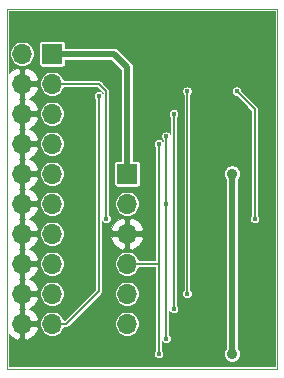
<source format=gbr>
G04 #@! TF.GenerationSoftware,KiCad,Pcbnew,(5.1.4)-1*
G04 #@! TF.CreationDate,2020-05-11T18:22:27+02:00*
G04 #@! TF.ProjectId,JtagArm20Adapter,4a746167-4172-46d3-9230-416461707465,rev?*
G04 #@! TF.SameCoordinates,Original*
G04 #@! TF.FileFunction,Copper,L2,Bot*
G04 #@! TF.FilePolarity,Positive*
%FSLAX46Y46*%
G04 Gerber Fmt 4.6, Leading zero omitted, Abs format (unit mm)*
G04 Created by KiCad (PCBNEW (5.1.4)-1) date 2020-05-11 18:22:27*
%MOMM*%
%LPD*%
G04 APERTURE LIST*
%ADD10C,0.050000*%
%ADD11O,1.700000X1.700000*%
%ADD12R,1.700000X1.700000*%
%ADD13C,0.450000*%
%ADD14C,1.000000*%
%ADD15C,0.900000*%
%ADD16C,0.200000*%
%ADD17C,0.508000*%
%ADD18C,0.100000*%
G04 APERTURE END LIST*
D10*
X138430000Y-109220000D02*
X138430000Y-78740000D01*
X161290000Y-109220000D02*
X138430000Y-109220000D01*
X161290000Y-78740000D02*
X161290000Y-109220000D01*
X138430000Y-78740000D02*
X161290000Y-78740000D01*
D11*
X139700000Y-105410000D03*
X142240000Y-105410000D03*
X139700000Y-102870000D03*
X142240000Y-102870000D03*
X139700000Y-100330000D03*
X142240000Y-100330000D03*
X139700000Y-97790000D03*
X142240000Y-97790000D03*
X139700000Y-95250000D03*
X142240000Y-95250000D03*
X139700000Y-92710000D03*
X142240000Y-92710000D03*
X139700000Y-90170000D03*
X142240000Y-90170000D03*
X139700000Y-87630000D03*
X142240000Y-87630000D03*
X139700000Y-85090000D03*
X142240000Y-85090000D03*
X139700000Y-82550000D03*
D12*
X142240000Y-82550000D03*
D11*
X148590000Y-105410000D03*
X148590000Y-102870000D03*
X148590000Y-100330000D03*
X148590000Y-97790000D03*
X148590000Y-95250000D03*
D12*
X148590000Y-92710000D03*
D13*
X146812000Y-96520000D03*
D14*
X139192000Y-108458000D03*
X141224000Y-108458000D03*
X143256000Y-108458000D03*
X145288000Y-108458000D03*
X147320000Y-108458000D03*
X149352000Y-108458000D03*
X150368000Y-99314000D03*
X160528000Y-101600000D03*
X160528000Y-99568000D03*
X160528000Y-97536000D03*
X160528000Y-93980000D03*
X160528000Y-96012000D03*
X158496000Y-98044000D03*
X156464000Y-98044000D03*
X154432000Y-98044000D03*
X146812000Y-104140000D03*
X150368000Y-104140000D03*
X139192000Y-79502000D03*
X141224000Y-79502000D03*
X143256000Y-79502000D03*
X145288000Y-79502000D03*
X147320000Y-79502000D03*
X149352000Y-79502000D03*
X151384000Y-79502000D03*
X153416000Y-79502000D03*
X139192000Y-81026000D03*
X157480000Y-88900000D03*
X147574000Y-90932000D03*
X150368000Y-101346000D03*
X157480000Y-91440000D03*
X145034000Y-90932000D03*
X145034000Y-94234000D03*
X145034000Y-92456000D03*
X145034000Y-86868000D03*
X144018000Y-85852000D03*
X157480000Y-80010000D03*
X157480000Y-81280000D03*
D13*
X152527000Y-104140000D03*
X152527000Y-87630000D03*
X151892000Y-89535000D03*
X151892000Y-95250000D03*
X151892000Y-106680000D03*
X151257000Y-90170000D03*
X151257000Y-107950000D03*
D15*
X157480000Y-107950000D03*
X157480000Y-92710000D03*
D13*
X146177000Y-86106000D03*
X153670000Y-85725000D03*
X153670000Y-102870000D03*
X157861000Y-85725000D03*
X159385000Y-96520000D03*
D16*
X146812000Y-96520000D02*
X146812000Y-85725000D01*
X146177000Y-85090000D02*
X142240000Y-85090000D01*
X146812000Y-85725000D02*
X146177000Y-85090000D01*
X152527000Y-104140000D02*
X152527000Y-87630000D01*
X151892000Y-89535000D02*
X151892000Y-95250000D01*
X151892000Y-95250000D02*
X151892000Y-106680000D01*
X149792081Y-100330000D02*
X151257000Y-100330000D01*
X148590000Y-100330000D02*
X149792081Y-100330000D01*
X151257000Y-90170000D02*
X151257000Y-100330000D01*
X151257000Y-100330000D02*
X151257000Y-107950000D01*
D17*
X147447000Y-82550000D02*
X142240000Y-82550000D01*
X148590000Y-92710000D02*
X148590000Y-83693000D01*
X148590000Y-83693000D02*
X147447000Y-82550000D01*
X157480000Y-107950000D02*
X157480000Y-92710000D01*
D16*
X143442081Y-105410000D02*
X146177000Y-102675081D01*
X142240000Y-105410000D02*
X143442081Y-105410000D01*
X146177000Y-102675081D02*
X146177000Y-86106000D01*
X153670000Y-85725000D02*
X153670000Y-102870000D01*
X159385000Y-87249000D02*
X157861000Y-85725000D01*
X159385000Y-96520000D02*
X159385000Y-87249000D01*
D18*
G36*
X161087001Y-109017000D02*
G01*
X138633000Y-109017000D01*
X138633000Y-106323477D01*
X138798142Y-106491267D01*
X139026416Y-106646434D01*
X139280575Y-106754086D01*
X139496000Y-106663651D01*
X139496000Y-105614000D01*
X139904000Y-105614000D01*
X139904000Y-106663651D01*
X140119425Y-106754086D01*
X140373584Y-106646434D01*
X140601858Y-106491267D01*
X140795474Y-106294547D01*
X140946991Y-106063834D01*
X141044078Y-105829424D01*
X140951989Y-105614000D01*
X139904000Y-105614000D01*
X139496000Y-105614000D01*
X139476000Y-105614000D01*
X139476000Y-105206000D01*
X139496000Y-105206000D01*
X139496000Y-104156349D01*
X139457055Y-104140000D01*
X139496000Y-104123651D01*
X139496000Y-103074000D01*
X139904000Y-103074000D01*
X139904000Y-104123651D01*
X139942945Y-104140000D01*
X139904000Y-104156349D01*
X139904000Y-105206000D01*
X140951989Y-105206000D01*
X141044078Y-104990576D01*
X140946991Y-104756166D01*
X140795474Y-104525453D01*
X140601858Y-104328733D01*
X140373584Y-104173566D01*
X140294337Y-104140000D01*
X140373584Y-104106434D01*
X140601858Y-103951267D01*
X140795474Y-103754547D01*
X140946991Y-103523834D01*
X141044078Y-103289424D01*
X140951989Y-103074000D01*
X139904000Y-103074000D01*
X139496000Y-103074000D01*
X139476000Y-103074000D01*
X139476000Y-102870000D01*
X141207026Y-102870000D01*
X141226874Y-103071523D01*
X141285656Y-103265302D01*
X141381114Y-103443890D01*
X141509577Y-103600423D01*
X141666110Y-103728886D01*
X141844698Y-103824344D01*
X142038477Y-103883126D01*
X142189497Y-103898000D01*
X142290503Y-103898000D01*
X142441523Y-103883126D01*
X142635302Y-103824344D01*
X142813890Y-103728886D01*
X142970423Y-103600423D01*
X143098886Y-103443890D01*
X143194344Y-103265302D01*
X143253126Y-103071523D01*
X143272974Y-102870000D01*
X143253126Y-102668477D01*
X143194344Y-102474698D01*
X143098886Y-102296110D01*
X142970423Y-102139577D01*
X142813890Y-102011114D01*
X142635302Y-101915656D01*
X142441523Y-101856874D01*
X142290503Y-101842000D01*
X142189497Y-101842000D01*
X142038477Y-101856874D01*
X141844698Y-101915656D01*
X141666110Y-102011114D01*
X141509577Y-102139577D01*
X141381114Y-102296110D01*
X141285656Y-102474698D01*
X141226874Y-102668477D01*
X141207026Y-102870000D01*
X139476000Y-102870000D01*
X139476000Y-102666000D01*
X139496000Y-102666000D01*
X139496000Y-101616349D01*
X139457055Y-101600000D01*
X139496000Y-101583651D01*
X139496000Y-100534000D01*
X139904000Y-100534000D01*
X139904000Y-101583651D01*
X139942945Y-101600000D01*
X139904000Y-101616349D01*
X139904000Y-102666000D01*
X140951989Y-102666000D01*
X141044078Y-102450576D01*
X140946991Y-102216166D01*
X140795474Y-101985453D01*
X140601858Y-101788733D01*
X140373584Y-101633566D01*
X140294337Y-101600000D01*
X140373584Y-101566434D01*
X140601858Y-101411267D01*
X140795474Y-101214547D01*
X140946991Y-100983834D01*
X141044078Y-100749424D01*
X140951989Y-100534000D01*
X139904000Y-100534000D01*
X139496000Y-100534000D01*
X139476000Y-100534000D01*
X139476000Y-100330000D01*
X141207026Y-100330000D01*
X141226874Y-100531523D01*
X141285656Y-100725302D01*
X141381114Y-100903890D01*
X141509577Y-101060423D01*
X141666110Y-101188886D01*
X141844698Y-101284344D01*
X142038477Y-101343126D01*
X142189497Y-101358000D01*
X142290503Y-101358000D01*
X142441523Y-101343126D01*
X142635302Y-101284344D01*
X142813890Y-101188886D01*
X142970423Y-101060423D01*
X143098886Y-100903890D01*
X143194344Y-100725302D01*
X143253126Y-100531523D01*
X143272974Y-100330000D01*
X143253126Y-100128477D01*
X143194344Y-99934698D01*
X143098886Y-99756110D01*
X142970423Y-99599577D01*
X142813890Y-99471114D01*
X142635302Y-99375656D01*
X142441523Y-99316874D01*
X142290503Y-99302000D01*
X142189497Y-99302000D01*
X142038477Y-99316874D01*
X141844698Y-99375656D01*
X141666110Y-99471114D01*
X141509577Y-99599577D01*
X141381114Y-99756110D01*
X141285656Y-99934698D01*
X141226874Y-100128477D01*
X141207026Y-100330000D01*
X139476000Y-100330000D01*
X139476000Y-100126000D01*
X139496000Y-100126000D01*
X139496000Y-99076349D01*
X139457055Y-99060000D01*
X139496000Y-99043651D01*
X139496000Y-97994000D01*
X139904000Y-97994000D01*
X139904000Y-99043651D01*
X139942945Y-99060000D01*
X139904000Y-99076349D01*
X139904000Y-100126000D01*
X140951989Y-100126000D01*
X141044078Y-99910576D01*
X140946991Y-99676166D01*
X140795474Y-99445453D01*
X140601858Y-99248733D01*
X140373584Y-99093566D01*
X140294337Y-99060000D01*
X140373584Y-99026434D01*
X140601858Y-98871267D01*
X140795474Y-98674547D01*
X140946991Y-98443834D01*
X141044078Y-98209424D01*
X140951989Y-97994000D01*
X139904000Y-97994000D01*
X139496000Y-97994000D01*
X139476000Y-97994000D01*
X139476000Y-97790000D01*
X141207026Y-97790000D01*
X141226874Y-97991523D01*
X141285656Y-98185302D01*
X141381114Y-98363890D01*
X141509577Y-98520423D01*
X141666110Y-98648886D01*
X141844698Y-98744344D01*
X142038477Y-98803126D01*
X142189497Y-98818000D01*
X142290503Y-98818000D01*
X142441523Y-98803126D01*
X142635302Y-98744344D01*
X142813890Y-98648886D01*
X142970423Y-98520423D01*
X143098886Y-98363890D01*
X143194344Y-98185302D01*
X143253126Y-97991523D01*
X143272974Y-97790000D01*
X143253126Y-97588477D01*
X143194344Y-97394698D01*
X143098886Y-97216110D01*
X142970423Y-97059577D01*
X142813890Y-96931114D01*
X142635302Y-96835656D01*
X142441523Y-96776874D01*
X142290503Y-96762000D01*
X142189497Y-96762000D01*
X142038477Y-96776874D01*
X141844698Y-96835656D01*
X141666110Y-96931114D01*
X141509577Y-97059577D01*
X141381114Y-97216110D01*
X141285656Y-97394698D01*
X141226874Y-97588477D01*
X141207026Y-97790000D01*
X139476000Y-97790000D01*
X139476000Y-97586000D01*
X139496000Y-97586000D01*
X139496000Y-96536349D01*
X139457055Y-96520000D01*
X139496000Y-96503651D01*
X139496000Y-95454000D01*
X139904000Y-95454000D01*
X139904000Y-96503651D01*
X139942945Y-96520000D01*
X139904000Y-96536349D01*
X139904000Y-97586000D01*
X140951989Y-97586000D01*
X141044078Y-97370576D01*
X140946991Y-97136166D01*
X140795474Y-96905453D01*
X140601858Y-96708733D01*
X140373584Y-96553566D01*
X140294337Y-96520000D01*
X140373584Y-96486434D01*
X140601858Y-96331267D01*
X140795474Y-96134547D01*
X140946991Y-95903834D01*
X141044078Y-95669424D01*
X140951989Y-95454000D01*
X139904000Y-95454000D01*
X139496000Y-95454000D01*
X139476000Y-95454000D01*
X139476000Y-95250000D01*
X141207026Y-95250000D01*
X141226874Y-95451523D01*
X141285656Y-95645302D01*
X141381114Y-95823890D01*
X141509577Y-95980423D01*
X141666110Y-96108886D01*
X141844698Y-96204344D01*
X142038477Y-96263126D01*
X142189497Y-96278000D01*
X142290503Y-96278000D01*
X142441523Y-96263126D01*
X142635302Y-96204344D01*
X142813890Y-96108886D01*
X142970423Y-95980423D01*
X143098886Y-95823890D01*
X143194344Y-95645302D01*
X143253126Y-95451523D01*
X143272974Y-95250000D01*
X143253126Y-95048477D01*
X143194344Y-94854698D01*
X143098886Y-94676110D01*
X142970423Y-94519577D01*
X142813890Y-94391114D01*
X142635302Y-94295656D01*
X142441523Y-94236874D01*
X142290503Y-94222000D01*
X142189497Y-94222000D01*
X142038477Y-94236874D01*
X141844698Y-94295656D01*
X141666110Y-94391114D01*
X141509577Y-94519577D01*
X141381114Y-94676110D01*
X141285656Y-94854698D01*
X141226874Y-95048477D01*
X141207026Y-95250000D01*
X139476000Y-95250000D01*
X139476000Y-95046000D01*
X139496000Y-95046000D01*
X139496000Y-93996349D01*
X139457055Y-93980000D01*
X139496000Y-93963651D01*
X139496000Y-92914000D01*
X139904000Y-92914000D01*
X139904000Y-93963651D01*
X139942945Y-93980000D01*
X139904000Y-93996349D01*
X139904000Y-95046000D01*
X140951989Y-95046000D01*
X141044078Y-94830576D01*
X140946991Y-94596166D01*
X140795474Y-94365453D01*
X140601858Y-94168733D01*
X140373584Y-94013566D01*
X140294337Y-93980000D01*
X140373584Y-93946434D01*
X140601858Y-93791267D01*
X140795474Y-93594547D01*
X140946991Y-93363834D01*
X141044078Y-93129424D01*
X140951989Y-92914000D01*
X139904000Y-92914000D01*
X139496000Y-92914000D01*
X139476000Y-92914000D01*
X139476000Y-92710000D01*
X141207026Y-92710000D01*
X141226874Y-92911523D01*
X141285656Y-93105302D01*
X141381114Y-93283890D01*
X141509577Y-93440423D01*
X141666110Y-93568886D01*
X141844698Y-93664344D01*
X142038477Y-93723126D01*
X142189497Y-93738000D01*
X142290503Y-93738000D01*
X142441523Y-93723126D01*
X142635302Y-93664344D01*
X142813890Y-93568886D01*
X142970423Y-93440423D01*
X143098886Y-93283890D01*
X143194344Y-93105302D01*
X143253126Y-92911523D01*
X143272974Y-92710000D01*
X143253126Y-92508477D01*
X143194344Y-92314698D01*
X143098886Y-92136110D01*
X142970423Y-91979577D01*
X142813890Y-91851114D01*
X142635302Y-91755656D01*
X142441523Y-91696874D01*
X142290503Y-91682000D01*
X142189497Y-91682000D01*
X142038477Y-91696874D01*
X141844698Y-91755656D01*
X141666110Y-91851114D01*
X141509577Y-91979577D01*
X141381114Y-92136110D01*
X141285656Y-92314698D01*
X141226874Y-92508477D01*
X141207026Y-92710000D01*
X139476000Y-92710000D01*
X139476000Y-92506000D01*
X139496000Y-92506000D01*
X139496000Y-91456349D01*
X139457055Y-91440000D01*
X139496000Y-91423651D01*
X139496000Y-90374000D01*
X139904000Y-90374000D01*
X139904000Y-91423651D01*
X139942945Y-91440000D01*
X139904000Y-91456349D01*
X139904000Y-92506000D01*
X140951989Y-92506000D01*
X141044078Y-92290576D01*
X140946991Y-92056166D01*
X140795474Y-91825453D01*
X140601858Y-91628733D01*
X140373584Y-91473566D01*
X140294337Y-91440000D01*
X140373584Y-91406434D01*
X140601858Y-91251267D01*
X140795474Y-91054547D01*
X140946991Y-90823834D01*
X141044078Y-90589424D01*
X140951989Y-90374000D01*
X139904000Y-90374000D01*
X139496000Y-90374000D01*
X139476000Y-90374000D01*
X139476000Y-90170000D01*
X141207026Y-90170000D01*
X141226874Y-90371523D01*
X141285656Y-90565302D01*
X141381114Y-90743890D01*
X141509577Y-90900423D01*
X141666110Y-91028886D01*
X141844698Y-91124344D01*
X142038477Y-91183126D01*
X142189497Y-91198000D01*
X142290503Y-91198000D01*
X142441523Y-91183126D01*
X142635302Y-91124344D01*
X142813890Y-91028886D01*
X142970423Y-90900423D01*
X143098886Y-90743890D01*
X143194344Y-90565302D01*
X143253126Y-90371523D01*
X143272974Y-90170000D01*
X143253126Y-89968477D01*
X143194344Y-89774698D01*
X143098886Y-89596110D01*
X142970423Y-89439577D01*
X142813890Y-89311114D01*
X142635302Y-89215656D01*
X142441523Y-89156874D01*
X142290503Y-89142000D01*
X142189497Y-89142000D01*
X142038477Y-89156874D01*
X141844698Y-89215656D01*
X141666110Y-89311114D01*
X141509577Y-89439577D01*
X141381114Y-89596110D01*
X141285656Y-89774698D01*
X141226874Y-89968477D01*
X141207026Y-90170000D01*
X139476000Y-90170000D01*
X139476000Y-89966000D01*
X139496000Y-89966000D01*
X139496000Y-88916349D01*
X139457055Y-88900000D01*
X139496000Y-88883651D01*
X139496000Y-87834000D01*
X139904000Y-87834000D01*
X139904000Y-88883651D01*
X139942945Y-88900000D01*
X139904000Y-88916349D01*
X139904000Y-89966000D01*
X140951989Y-89966000D01*
X141044078Y-89750576D01*
X140946991Y-89516166D01*
X140795474Y-89285453D01*
X140601858Y-89088733D01*
X140373584Y-88933566D01*
X140294337Y-88900000D01*
X140373584Y-88866434D01*
X140601858Y-88711267D01*
X140795474Y-88514547D01*
X140946991Y-88283834D01*
X141044078Y-88049424D01*
X140951989Y-87834000D01*
X139904000Y-87834000D01*
X139496000Y-87834000D01*
X139476000Y-87834000D01*
X139476000Y-87630000D01*
X141207026Y-87630000D01*
X141226874Y-87831523D01*
X141285656Y-88025302D01*
X141381114Y-88203890D01*
X141509577Y-88360423D01*
X141666110Y-88488886D01*
X141844698Y-88584344D01*
X142038477Y-88643126D01*
X142189497Y-88658000D01*
X142290503Y-88658000D01*
X142441523Y-88643126D01*
X142635302Y-88584344D01*
X142813890Y-88488886D01*
X142970423Y-88360423D01*
X143098886Y-88203890D01*
X143194344Y-88025302D01*
X143253126Y-87831523D01*
X143272974Y-87630000D01*
X143253126Y-87428477D01*
X143194344Y-87234698D01*
X143098886Y-87056110D01*
X142970423Y-86899577D01*
X142813890Y-86771114D01*
X142635302Y-86675656D01*
X142441523Y-86616874D01*
X142290503Y-86602000D01*
X142189497Y-86602000D01*
X142038477Y-86616874D01*
X141844698Y-86675656D01*
X141666110Y-86771114D01*
X141509577Y-86899577D01*
X141381114Y-87056110D01*
X141285656Y-87234698D01*
X141226874Y-87428477D01*
X141207026Y-87630000D01*
X139476000Y-87630000D01*
X139476000Y-87426000D01*
X139496000Y-87426000D01*
X139496000Y-86376349D01*
X139457055Y-86360000D01*
X139496000Y-86343651D01*
X139496000Y-85294000D01*
X139904000Y-85294000D01*
X139904000Y-86343651D01*
X139942945Y-86360000D01*
X139904000Y-86376349D01*
X139904000Y-87426000D01*
X140951989Y-87426000D01*
X141044078Y-87210576D01*
X140946991Y-86976166D01*
X140795474Y-86745453D01*
X140601858Y-86548733D01*
X140373584Y-86393566D01*
X140294337Y-86360000D01*
X140373584Y-86326434D01*
X140601858Y-86171267D01*
X140795474Y-85974547D01*
X140946991Y-85743834D01*
X141044078Y-85509424D01*
X140951989Y-85294000D01*
X139904000Y-85294000D01*
X139496000Y-85294000D01*
X139476000Y-85294000D01*
X139476000Y-85090000D01*
X141207026Y-85090000D01*
X141226874Y-85291523D01*
X141285656Y-85485302D01*
X141381114Y-85663890D01*
X141509577Y-85820423D01*
X141666110Y-85948886D01*
X141844698Y-86044344D01*
X142038477Y-86103126D01*
X142189497Y-86118000D01*
X142290503Y-86118000D01*
X142441523Y-86103126D01*
X142635302Y-86044344D01*
X142813890Y-85948886D01*
X142970423Y-85820423D01*
X143098886Y-85663890D01*
X143194344Y-85485302D01*
X143229927Y-85368000D01*
X146061849Y-85368000D01*
X146534001Y-85840152D01*
X146534001Y-85914909D01*
X146490031Y-85849102D01*
X146433898Y-85792969D01*
X146367892Y-85748866D01*
X146294551Y-85718487D01*
X146216692Y-85703000D01*
X146137308Y-85703000D01*
X146059449Y-85718487D01*
X145986108Y-85748866D01*
X145920102Y-85792969D01*
X145863969Y-85849102D01*
X145819866Y-85915108D01*
X145789487Y-85988449D01*
X145774000Y-86066308D01*
X145774000Y-86145692D01*
X145789487Y-86223551D01*
X145819866Y-86296892D01*
X145863969Y-86362898D01*
X145899001Y-86397930D01*
X145899000Y-102559930D01*
X143326930Y-105132000D01*
X143229927Y-105132000D01*
X143194344Y-105014698D01*
X143098886Y-104836110D01*
X142970423Y-104679577D01*
X142813890Y-104551114D01*
X142635302Y-104455656D01*
X142441523Y-104396874D01*
X142290503Y-104382000D01*
X142189497Y-104382000D01*
X142038477Y-104396874D01*
X141844698Y-104455656D01*
X141666110Y-104551114D01*
X141509577Y-104679577D01*
X141381114Y-104836110D01*
X141285656Y-105014698D01*
X141226874Y-105208477D01*
X141207026Y-105410000D01*
X141226874Y-105611523D01*
X141285656Y-105805302D01*
X141381114Y-105983890D01*
X141509577Y-106140423D01*
X141666110Y-106268886D01*
X141844698Y-106364344D01*
X142038477Y-106423126D01*
X142189497Y-106438000D01*
X142290503Y-106438000D01*
X142441523Y-106423126D01*
X142635302Y-106364344D01*
X142813890Y-106268886D01*
X142970423Y-106140423D01*
X143098886Y-105983890D01*
X143194344Y-105805302D01*
X143229927Y-105688000D01*
X143428426Y-105688000D01*
X143442081Y-105689345D01*
X143455736Y-105688000D01*
X143496579Y-105683977D01*
X143548982Y-105668081D01*
X143597277Y-105642267D01*
X143639608Y-105607527D01*
X143648317Y-105596915D01*
X143835232Y-105410000D01*
X147557026Y-105410000D01*
X147576874Y-105611523D01*
X147635656Y-105805302D01*
X147731114Y-105983890D01*
X147859577Y-106140423D01*
X148016110Y-106268886D01*
X148194698Y-106364344D01*
X148388477Y-106423126D01*
X148539497Y-106438000D01*
X148640503Y-106438000D01*
X148791523Y-106423126D01*
X148985302Y-106364344D01*
X149163890Y-106268886D01*
X149320423Y-106140423D01*
X149448886Y-105983890D01*
X149544344Y-105805302D01*
X149603126Y-105611523D01*
X149622974Y-105410000D01*
X149603126Y-105208477D01*
X149544344Y-105014698D01*
X149448886Y-104836110D01*
X149320423Y-104679577D01*
X149163890Y-104551114D01*
X148985302Y-104455656D01*
X148791523Y-104396874D01*
X148640503Y-104382000D01*
X148539497Y-104382000D01*
X148388477Y-104396874D01*
X148194698Y-104455656D01*
X148016110Y-104551114D01*
X147859577Y-104679577D01*
X147731114Y-104836110D01*
X147635656Y-105014698D01*
X147576874Y-105208477D01*
X147557026Y-105410000D01*
X143835232Y-105410000D01*
X146363915Y-102881317D01*
X146374527Y-102872608D01*
X146376667Y-102870000D01*
X147557026Y-102870000D01*
X147576874Y-103071523D01*
X147635656Y-103265302D01*
X147731114Y-103443890D01*
X147859577Y-103600423D01*
X148016110Y-103728886D01*
X148194698Y-103824344D01*
X148388477Y-103883126D01*
X148539497Y-103898000D01*
X148640503Y-103898000D01*
X148791523Y-103883126D01*
X148985302Y-103824344D01*
X149163890Y-103728886D01*
X149320423Y-103600423D01*
X149448886Y-103443890D01*
X149544344Y-103265302D01*
X149603126Y-103071523D01*
X149622974Y-102870000D01*
X149603126Y-102668477D01*
X149544344Y-102474698D01*
X149448886Y-102296110D01*
X149320423Y-102139577D01*
X149163890Y-102011114D01*
X148985302Y-101915656D01*
X148791523Y-101856874D01*
X148640503Y-101842000D01*
X148539497Y-101842000D01*
X148388477Y-101856874D01*
X148194698Y-101915656D01*
X148016110Y-102011114D01*
X147859577Y-102139577D01*
X147731114Y-102296110D01*
X147635656Y-102474698D01*
X147576874Y-102668477D01*
X147557026Y-102870000D01*
X146376667Y-102870000D01*
X146409267Y-102830277D01*
X146435081Y-102781982D01*
X146444040Y-102752449D01*
X146450978Y-102729579D01*
X146456345Y-102675081D01*
X146455000Y-102661424D01*
X146455000Y-100330000D01*
X147557026Y-100330000D01*
X147576874Y-100531523D01*
X147635656Y-100725302D01*
X147731114Y-100903890D01*
X147859577Y-101060423D01*
X148016110Y-101188886D01*
X148194698Y-101284344D01*
X148388477Y-101343126D01*
X148539497Y-101358000D01*
X148640503Y-101358000D01*
X148791523Y-101343126D01*
X148985302Y-101284344D01*
X149163890Y-101188886D01*
X149320423Y-101060423D01*
X149448886Y-100903890D01*
X149544344Y-100725302D01*
X149579927Y-100608000D01*
X150979000Y-100608000D01*
X150979001Y-107658070D01*
X150943969Y-107693102D01*
X150899866Y-107759108D01*
X150869487Y-107832449D01*
X150854000Y-107910308D01*
X150854000Y-107989692D01*
X150869487Y-108067551D01*
X150899866Y-108140892D01*
X150943969Y-108206898D01*
X151000102Y-108263031D01*
X151066108Y-108307134D01*
X151139449Y-108337513D01*
X151217308Y-108353000D01*
X151296692Y-108353000D01*
X151374551Y-108337513D01*
X151447892Y-108307134D01*
X151513898Y-108263031D01*
X151570031Y-108206898D01*
X151614134Y-108140892D01*
X151644513Y-108067551D01*
X151660000Y-107989692D01*
X151660000Y-107910308D01*
X151644513Y-107832449D01*
X151614134Y-107759108D01*
X151570031Y-107693102D01*
X151535000Y-107658071D01*
X151535000Y-106871093D01*
X151578969Y-106936898D01*
X151635102Y-106993031D01*
X151701108Y-107037134D01*
X151774449Y-107067513D01*
X151852308Y-107083000D01*
X151931692Y-107083000D01*
X152009551Y-107067513D01*
X152082892Y-107037134D01*
X152148898Y-106993031D01*
X152205031Y-106936898D01*
X152249134Y-106870892D01*
X152279513Y-106797551D01*
X152295000Y-106719692D01*
X152295000Y-106640308D01*
X152279513Y-106562449D01*
X152249134Y-106489108D01*
X152205031Y-106423102D01*
X152170000Y-106388071D01*
X152170000Y-104331093D01*
X152213969Y-104396898D01*
X152270102Y-104453031D01*
X152336108Y-104497134D01*
X152409449Y-104527513D01*
X152487308Y-104543000D01*
X152566692Y-104543000D01*
X152644551Y-104527513D01*
X152717892Y-104497134D01*
X152783898Y-104453031D01*
X152840031Y-104396898D01*
X152884134Y-104330892D01*
X152914513Y-104257551D01*
X152930000Y-104179692D01*
X152930000Y-104100308D01*
X152914513Y-104022449D01*
X152884134Y-103949108D01*
X152840031Y-103883102D01*
X152805000Y-103848071D01*
X152805000Y-87921929D01*
X152840031Y-87886898D01*
X152884134Y-87820892D01*
X152914513Y-87747551D01*
X152930000Y-87669692D01*
X152930000Y-87590308D01*
X152914513Y-87512449D01*
X152884134Y-87439108D01*
X152840031Y-87373102D01*
X152783898Y-87316969D01*
X152717892Y-87272866D01*
X152644551Y-87242487D01*
X152566692Y-87227000D01*
X152487308Y-87227000D01*
X152409449Y-87242487D01*
X152336108Y-87272866D01*
X152270102Y-87316969D01*
X152213969Y-87373102D01*
X152169866Y-87439108D01*
X152139487Y-87512449D01*
X152124000Y-87590308D01*
X152124000Y-87669692D01*
X152139487Y-87747551D01*
X152169866Y-87820892D01*
X152213969Y-87886898D01*
X152249001Y-87921930D01*
X152249001Y-89343909D01*
X152205031Y-89278102D01*
X152148898Y-89221969D01*
X152082892Y-89177866D01*
X152009551Y-89147487D01*
X151931692Y-89132000D01*
X151852308Y-89132000D01*
X151774449Y-89147487D01*
X151701108Y-89177866D01*
X151635102Y-89221969D01*
X151578969Y-89278102D01*
X151534866Y-89344108D01*
X151504487Y-89417449D01*
X151489000Y-89495308D01*
X151489000Y-89574692D01*
X151504487Y-89652551D01*
X151534866Y-89725892D01*
X151578969Y-89791898D01*
X151614000Y-89826929D01*
X151614000Y-89978908D01*
X151570031Y-89913102D01*
X151513898Y-89856969D01*
X151447892Y-89812866D01*
X151374551Y-89782487D01*
X151296692Y-89767000D01*
X151217308Y-89767000D01*
X151139449Y-89782487D01*
X151066108Y-89812866D01*
X151000102Y-89856969D01*
X150943969Y-89913102D01*
X150899866Y-89979108D01*
X150869487Y-90052449D01*
X150854000Y-90130308D01*
X150854000Y-90209692D01*
X150869487Y-90287551D01*
X150899866Y-90360892D01*
X150943969Y-90426898D01*
X150979000Y-90461929D01*
X150979001Y-100052000D01*
X149579927Y-100052000D01*
X149544344Y-99934698D01*
X149448886Y-99756110D01*
X149320423Y-99599577D01*
X149163890Y-99471114D01*
X148985302Y-99375656D01*
X148791523Y-99316874D01*
X148640503Y-99302000D01*
X148539497Y-99302000D01*
X148388477Y-99316874D01*
X148194698Y-99375656D01*
X148016110Y-99471114D01*
X147859577Y-99599577D01*
X147731114Y-99756110D01*
X147635656Y-99934698D01*
X147576874Y-100128477D01*
X147557026Y-100330000D01*
X146455000Y-100330000D01*
X146455000Y-98209424D01*
X147245922Y-98209424D01*
X147343009Y-98443834D01*
X147494526Y-98674547D01*
X147688142Y-98871267D01*
X147916416Y-99026434D01*
X148170575Y-99134086D01*
X148386000Y-99043651D01*
X148386000Y-97994000D01*
X148794000Y-97994000D01*
X148794000Y-99043651D01*
X149009425Y-99134086D01*
X149263584Y-99026434D01*
X149491858Y-98871267D01*
X149685474Y-98674547D01*
X149836991Y-98443834D01*
X149934078Y-98209424D01*
X149841989Y-97994000D01*
X148794000Y-97994000D01*
X148386000Y-97994000D01*
X147338011Y-97994000D01*
X147245922Y-98209424D01*
X146455000Y-98209424D01*
X146455000Y-97370576D01*
X147245922Y-97370576D01*
X147338011Y-97586000D01*
X148386000Y-97586000D01*
X148386000Y-96536349D01*
X148794000Y-96536349D01*
X148794000Y-97586000D01*
X149841989Y-97586000D01*
X149934078Y-97370576D01*
X149836991Y-97136166D01*
X149685474Y-96905453D01*
X149491858Y-96708733D01*
X149263584Y-96553566D01*
X149009425Y-96445914D01*
X148794000Y-96536349D01*
X148386000Y-96536349D01*
X148170575Y-96445914D01*
X147916416Y-96553566D01*
X147688142Y-96708733D01*
X147494526Y-96905453D01*
X147343009Y-97136166D01*
X147245922Y-97370576D01*
X146455000Y-97370576D01*
X146455000Y-96711093D01*
X146498969Y-96776898D01*
X146555102Y-96833031D01*
X146621108Y-96877134D01*
X146694449Y-96907513D01*
X146772308Y-96923000D01*
X146851692Y-96923000D01*
X146929551Y-96907513D01*
X147002892Y-96877134D01*
X147068898Y-96833031D01*
X147125031Y-96776898D01*
X147169134Y-96710892D01*
X147199513Y-96637551D01*
X147215000Y-96559692D01*
X147215000Y-96480308D01*
X147199513Y-96402449D01*
X147169134Y-96329108D01*
X147125031Y-96263102D01*
X147090000Y-96228071D01*
X147090000Y-95250000D01*
X147557026Y-95250000D01*
X147576874Y-95451523D01*
X147635656Y-95645302D01*
X147731114Y-95823890D01*
X147859577Y-95980423D01*
X148016110Y-96108886D01*
X148194698Y-96204344D01*
X148388477Y-96263126D01*
X148539497Y-96278000D01*
X148640503Y-96278000D01*
X148791523Y-96263126D01*
X148985302Y-96204344D01*
X149163890Y-96108886D01*
X149320423Y-95980423D01*
X149448886Y-95823890D01*
X149544344Y-95645302D01*
X149603126Y-95451523D01*
X149622974Y-95250000D01*
X149603126Y-95048477D01*
X149544344Y-94854698D01*
X149448886Y-94676110D01*
X149320423Y-94519577D01*
X149163890Y-94391114D01*
X148985302Y-94295656D01*
X148791523Y-94236874D01*
X148640503Y-94222000D01*
X148539497Y-94222000D01*
X148388477Y-94236874D01*
X148194698Y-94295656D01*
X148016110Y-94391114D01*
X147859577Y-94519577D01*
X147731114Y-94676110D01*
X147635656Y-94854698D01*
X147576874Y-95048477D01*
X147557026Y-95250000D01*
X147090000Y-95250000D01*
X147090000Y-85738655D01*
X147091345Y-85725000D01*
X147085977Y-85670502D01*
X147070081Y-85618099D01*
X147044267Y-85569804D01*
X147009527Y-85527473D01*
X146998915Y-85518764D01*
X146383236Y-84903085D01*
X146374527Y-84892473D01*
X146332196Y-84857733D01*
X146283901Y-84831919D01*
X146231498Y-84816023D01*
X146190655Y-84812000D01*
X146177000Y-84810655D01*
X146163345Y-84812000D01*
X143229927Y-84812000D01*
X143194344Y-84694698D01*
X143098886Y-84516110D01*
X142970423Y-84359577D01*
X142813890Y-84231114D01*
X142635302Y-84135656D01*
X142441523Y-84076874D01*
X142290503Y-84062000D01*
X142189497Y-84062000D01*
X142038477Y-84076874D01*
X141844698Y-84135656D01*
X141666110Y-84231114D01*
X141509577Y-84359577D01*
X141381114Y-84516110D01*
X141285656Y-84694698D01*
X141226874Y-84888477D01*
X141207026Y-85090000D01*
X139476000Y-85090000D01*
X139476000Y-84886000D01*
X139496000Y-84886000D01*
X139496000Y-83836349D01*
X139904000Y-83836349D01*
X139904000Y-84886000D01*
X140951989Y-84886000D01*
X141044078Y-84670576D01*
X140946991Y-84436166D01*
X140795474Y-84205453D01*
X140601858Y-84008733D01*
X140373584Y-83853566D01*
X140119425Y-83745914D01*
X139904000Y-83836349D01*
X139496000Y-83836349D01*
X139280575Y-83745914D01*
X139026416Y-83853566D01*
X138798142Y-84008733D01*
X138633000Y-84176523D01*
X138633000Y-82550000D01*
X138667026Y-82550000D01*
X138686874Y-82751523D01*
X138745656Y-82945302D01*
X138841114Y-83123890D01*
X138969577Y-83280423D01*
X139126110Y-83408886D01*
X139304698Y-83504344D01*
X139498477Y-83563126D01*
X139649497Y-83578000D01*
X139750503Y-83578000D01*
X139901523Y-83563126D01*
X140095302Y-83504344D01*
X140273890Y-83408886D01*
X140430423Y-83280423D01*
X140558886Y-83123890D01*
X140654344Y-82945302D01*
X140713126Y-82751523D01*
X140732974Y-82550000D01*
X140713126Y-82348477D01*
X140654344Y-82154698D01*
X140558886Y-81976110D01*
X140430423Y-81819577D01*
X140284718Y-81700000D01*
X141138791Y-81700000D01*
X141138791Y-83400000D01*
X141143618Y-83449008D01*
X141157913Y-83496134D01*
X141181127Y-83539564D01*
X141212368Y-83577632D01*
X141250436Y-83608873D01*
X141293866Y-83632087D01*
X141340992Y-83646382D01*
X141390000Y-83651209D01*
X143090000Y-83651209D01*
X143139008Y-83646382D01*
X143186134Y-83632087D01*
X143229564Y-83608873D01*
X143267632Y-83577632D01*
X143298873Y-83539564D01*
X143322087Y-83496134D01*
X143336382Y-83449008D01*
X143341209Y-83400000D01*
X143341209Y-83054000D01*
X147238237Y-83054000D01*
X148086001Y-83901765D01*
X148086000Y-91608791D01*
X147740000Y-91608791D01*
X147690992Y-91613618D01*
X147643866Y-91627913D01*
X147600436Y-91651127D01*
X147562368Y-91682368D01*
X147531127Y-91720436D01*
X147507913Y-91763866D01*
X147493618Y-91810992D01*
X147488791Y-91860000D01*
X147488791Y-93560000D01*
X147493618Y-93609008D01*
X147507913Y-93656134D01*
X147531127Y-93699564D01*
X147562368Y-93737632D01*
X147600436Y-93768873D01*
X147643866Y-93792087D01*
X147690992Y-93806382D01*
X147740000Y-93811209D01*
X149440000Y-93811209D01*
X149489008Y-93806382D01*
X149536134Y-93792087D01*
X149579564Y-93768873D01*
X149617632Y-93737632D01*
X149648873Y-93699564D01*
X149672087Y-93656134D01*
X149686382Y-93609008D01*
X149691209Y-93560000D01*
X149691209Y-91860000D01*
X149686382Y-91810992D01*
X149672087Y-91763866D01*
X149648873Y-91720436D01*
X149617632Y-91682368D01*
X149579564Y-91651127D01*
X149536134Y-91627913D01*
X149489008Y-91613618D01*
X149440000Y-91608791D01*
X149094000Y-91608791D01*
X149094000Y-85685308D01*
X153267000Y-85685308D01*
X153267000Y-85764692D01*
X153282487Y-85842551D01*
X153312866Y-85915892D01*
X153356969Y-85981898D01*
X153392000Y-86016929D01*
X153392001Y-102578070D01*
X153356969Y-102613102D01*
X153312866Y-102679108D01*
X153282487Y-102752449D01*
X153267000Y-102830308D01*
X153267000Y-102909692D01*
X153282487Y-102987551D01*
X153312866Y-103060892D01*
X153356969Y-103126898D01*
X153413102Y-103183031D01*
X153479108Y-103227134D01*
X153552449Y-103257513D01*
X153630308Y-103273000D01*
X153709692Y-103273000D01*
X153787551Y-103257513D01*
X153860892Y-103227134D01*
X153926898Y-103183031D01*
X153983031Y-103126898D01*
X154027134Y-103060892D01*
X154057513Y-102987551D01*
X154073000Y-102909692D01*
X154073000Y-102830308D01*
X154057513Y-102752449D01*
X154027134Y-102679108D01*
X153983031Y-102613102D01*
X153948000Y-102578071D01*
X153948000Y-92641056D01*
X156780000Y-92641056D01*
X156780000Y-92778944D01*
X156806901Y-92914182D01*
X156859668Y-93041574D01*
X156936274Y-93156224D01*
X156976001Y-93195951D01*
X156976000Y-107464050D01*
X156936274Y-107503776D01*
X156859668Y-107618426D01*
X156806901Y-107745818D01*
X156780000Y-107881056D01*
X156780000Y-108018944D01*
X156806901Y-108154182D01*
X156859668Y-108281574D01*
X156936274Y-108396224D01*
X157033776Y-108493726D01*
X157148426Y-108570332D01*
X157275818Y-108623099D01*
X157411056Y-108650000D01*
X157548944Y-108650000D01*
X157684182Y-108623099D01*
X157811574Y-108570332D01*
X157926224Y-108493726D01*
X158023726Y-108396224D01*
X158100332Y-108281574D01*
X158153099Y-108154182D01*
X158180000Y-108018944D01*
X158180000Y-107881056D01*
X158153099Y-107745818D01*
X158100332Y-107618426D01*
X158023726Y-107503776D01*
X157984000Y-107464050D01*
X157984000Y-93195950D01*
X158023726Y-93156224D01*
X158100332Y-93041574D01*
X158153099Y-92914182D01*
X158180000Y-92778944D01*
X158180000Y-92641056D01*
X158153099Y-92505818D01*
X158100332Y-92378426D01*
X158023726Y-92263776D01*
X157926224Y-92166274D01*
X157811574Y-92089668D01*
X157684182Y-92036901D01*
X157548944Y-92010000D01*
X157411056Y-92010000D01*
X157275818Y-92036901D01*
X157148426Y-92089668D01*
X157033776Y-92166274D01*
X156936274Y-92263776D01*
X156859668Y-92378426D01*
X156806901Y-92505818D01*
X156780000Y-92641056D01*
X153948000Y-92641056D01*
X153948000Y-86016929D01*
X153983031Y-85981898D01*
X154027134Y-85915892D01*
X154057513Y-85842551D01*
X154073000Y-85764692D01*
X154073000Y-85685308D01*
X157458000Y-85685308D01*
X157458000Y-85764692D01*
X157473487Y-85842551D01*
X157503866Y-85915892D01*
X157547969Y-85981898D01*
X157604102Y-86038031D01*
X157670108Y-86082134D01*
X157743449Y-86112513D01*
X157821308Y-86128000D01*
X157870849Y-86128000D01*
X159107001Y-87364152D01*
X159107000Y-96228071D01*
X159071969Y-96263102D01*
X159027866Y-96329108D01*
X158997487Y-96402449D01*
X158982000Y-96480308D01*
X158982000Y-96559692D01*
X158997487Y-96637551D01*
X159027866Y-96710892D01*
X159071969Y-96776898D01*
X159128102Y-96833031D01*
X159194108Y-96877134D01*
X159267449Y-96907513D01*
X159345308Y-96923000D01*
X159424692Y-96923000D01*
X159502551Y-96907513D01*
X159575892Y-96877134D01*
X159641898Y-96833031D01*
X159698031Y-96776898D01*
X159742134Y-96710892D01*
X159772513Y-96637551D01*
X159788000Y-96559692D01*
X159788000Y-96480308D01*
X159772513Y-96402449D01*
X159742134Y-96329108D01*
X159698031Y-96263102D01*
X159663000Y-96228071D01*
X159663000Y-87262654D01*
X159664345Y-87248999D01*
X159658977Y-87194502D01*
X159643081Y-87142099D01*
X159617267Y-87093804D01*
X159582527Y-87051473D01*
X159571915Y-87042764D01*
X158264000Y-85734849D01*
X158264000Y-85685308D01*
X158248513Y-85607449D01*
X158218134Y-85534108D01*
X158174031Y-85468102D01*
X158117898Y-85411969D01*
X158051892Y-85367866D01*
X157978551Y-85337487D01*
X157900692Y-85322000D01*
X157821308Y-85322000D01*
X157743449Y-85337487D01*
X157670108Y-85367866D01*
X157604102Y-85411969D01*
X157547969Y-85468102D01*
X157503866Y-85534108D01*
X157473487Y-85607449D01*
X157458000Y-85685308D01*
X154073000Y-85685308D01*
X154057513Y-85607449D01*
X154027134Y-85534108D01*
X153983031Y-85468102D01*
X153926898Y-85411969D01*
X153860892Y-85367866D01*
X153787551Y-85337487D01*
X153709692Y-85322000D01*
X153630308Y-85322000D01*
X153552449Y-85337487D01*
X153479108Y-85367866D01*
X153413102Y-85411969D01*
X153356969Y-85468102D01*
X153312866Y-85534108D01*
X153282487Y-85607449D01*
X153267000Y-85685308D01*
X149094000Y-85685308D01*
X149094000Y-83717753D01*
X149096438Y-83692999D01*
X149086707Y-83594198D01*
X149057887Y-83499193D01*
X149051844Y-83487887D01*
X149011088Y-83411638D01*
X148948106Y-83334894D01*
X148928878Y-83319114D01*
X147820890Y-82211127D01*
X147805106Y-82191894D01*
X147728362Y-82128912D01*
X147640805Y-82082112D01*
X147545801Y-82053293D01*
X147471754Y-82046000D01*
X147447000Y-82043562D01*
X147422246Y-82046000D01*
X143341209Y-82046000D01*
X143341209Y-81700000D01*
X143336382Y-81650992D01*
X143322087Y-81603866D01*
X143298873Y-81560436D01*
X143267632Y-81522368D01*
X143229564Y-81491127D01*
X143186134Y-81467913D01*
X143139008Y-81453618D01*
X143090000Y-81448791D01*
X141390000Y-81448791D01*
X141340992Y-81453618D01*
X141293866Y-81467913D01*
X141250436Y-81491127D01*
X141212368Y-81522368D01*
X141181127Y-81560436D01*
X141157913Y-81603866D01*
X141143618Y-81650992D01*
X141138791Y-81700000D01*
X140284718Y-81700000D01*
X140273890Y-81691114D01*
X140095302Y-81595656D01*
X139901523Y-81536874D01*
X139750503Y-81522000D01*
X139649497Y-81522000D01*
X139498477Y-81536874D01*
X139304698Y-81595656D01*
X139126110Y-81691114D01*
X138969577Y-81819577D01*
X138841114Y-81976110D01*
X138745656Y-82154698D01*
X138686874Y-82348477D01*
X138667026Y-82550000D01*
X138633000Y-82550000D01*
X138633000Y-78943000D01*
X161087000Y-78943000D01*
X161087001Y-109017000D01*
X161087001Y-109017000D01*
G37*
X161087001Y-109017000D02*
X138633000Y-109017000D01*
X138633000Y-106323477D01*
X138798142Y-106491267D01*
X139026416Y-106646434D01*
X139280575Y-106754086D01*
X139496000Y-106663651D01*
X139496000Y-105614000D01*
X139904000Y-105614000D01*
X139904000Y-106663651D01*
X140119425Y-106754086D01*
X140373584Y-106646434D01*
X140601858Y-106491267D01*
X140795474Y-106294547D01*
X140946991Y-106063834D01*
X141044078Y-105829424D01*
X140951989Y-105614000D01*
X139904000Y-105614000D01*
X139496000Y-105614000D01*
X139476000Y-105614000D01*
X139476000Y-105206000D01*
X139496000Y-105206000D01*
X139496000Y-104156349D01*
X139457055Y-104140000D01*
X139496000Y-104123651D01*
X139496000Y-103074000D01*
X139904000Y-103074000D01*
X139904000Y-104123651D01*
X139942945Y-104140000D01*
X139904000Y-104156349D01*
X139904000Y-105206000D01*
X140951989Y-105206000D01*
X141044078Y-104990576D01*
X140946991Y-104756166D01*
X140795474Y-104525453D01*
X140601858Y-104328733D01*
X140373584Y-104173566D01*
X140294337Y-104140000D01*
X140373584Y-104106434D01*
X140601858Y-103951267D01*
X140795474Y-103754547D01*
X140946991Y-103523834D01*
X141044078Y-103289424D01*
X140951989Y-103074000D01*
X139904000Y-103074000D01*
X139496000Y-103074000D01*
X139476000Y-103074000D01*
X139476000Y-102870000D01*
X141207026Y-102870000D01*
X141226874Y-103071523D01*
X141285656Y-103265302D01*
X141381114Y-103443890D01*
X141509577Y-103600423D01*
X141666110Y-103728886D01*
X141844698Y-103824344D01*
X142038477Y-103883126D01*
X142189497Y-103898000D01*
X142290503Y-103898000D01*
X142441523Y-103883126D01*
X142635302Y-103824344D01*
X142813890Y-103728886D01*
X142970423Y-103600423D01*
X143098886Y-103443890D01*
X143194344Y-103265302D01*
X143253126Y-103071523D01*
X143272974Y-102870000D01*
X143253126Y-102668477D01*
X143194344Y-102474698D01*
X143098886Y-102296110D01*
X142970423Y-102139577D01*
X142813890Y-102011114D01*
X142635302Y-101915656D01*
X142441523Y-101856874D01*
X142290503Y-101842000D01*
X142189497Y-101842000D01*
X142038477Y-101856874D01*
X141844698Y-101915656D01*
X141666110Y-102011114D01*
X141509577Y-102139577D01*
X141381114Y-102296110D01*
X141285656Y-102474698D01*
X141226874Y-102668477D01*
X141207026Y-102870000D01*
X139476000Y-102870000D01*
X139476000Y-102666000D01*
X139496000Y-102666000D01*
X139496000Y-101616349D01*
X139457055Y-101600000D01*
X139496000Y-101583651D01*
X139496000Y-100534000D01*
X139904000Y-100534000D01*
X139904000Y-101583651D01*
X139942945Y-101600000D01*
X139904000Y-101616349D01*
X139904000Y-102666000D01*
X140951989Y-102666000D01*
X141044078Y-102450576D01*
X140946991Y-102216166D01*
X140795474Y-101985453D01*
X140601858Y-101788733D01*
X140373584Y-101633566D01*
X140294337Y-101600000D01*
X140373584Y-101566434D01*
X140601858Y-101411267D01*
X140795474Y-101214547D01*
X140946991Y-100983834D01*
X141044078Y-100749424D01*
X140951989Y-100534000D01*
X139904000Y-100534000D01*
X139496000Y-100534000D01*
X139476000Y-100534000D01*
X139476000Y-100330000D01*
X141207026Y-100330000D01*
X141226874Y-100531523D01*
X141285656Y-100725302D01*
X141381114Y-100903890D01*
X141509577Y-101060423D01*
X141666110Y-101188886D01*
X141844698Y-101284344D01*
X142038477Y-101343126D01*
X142189497Y-101358000D01*
X142290503Y-101358000D01*
X142441523Y-101343126D01*
X142635302Y-101284344D01*
X142813890Y-101188886D01*
X142970423Y-101060423D01*
X143098886Y-100903890D01*
X143194344Y-100725302D01*
X143253126Y-100531523D01*
X143272974Y-100330000D01*
X143253126Y-100128477D01*
X143194344Y-99934698D01*
X143098886Y-99756110D01*
X142970423Y-99599577D01*
X142813890Y-99471114D01*
X142635302Y-99375656D01*
X142441523Y-99316874D01*
X142290503Y-99302000D01*
X142189497Y-99302000D01*
X142038477Y-99316874D01*
X141844698Y-99375656D01*
X141666110Y-99471114D01*
X141509577Y-99599577D01*
X141381114Y-99756110D01*
X141285656Y-99934698D01*
X141226874Y-100128477D01*
X141207026Y-100330000D01*
X139476000Y-100330000D01*
X139476000Y-100126000D01*
X139496000Y-100126000D01*
X139496000Y-99076349D01*
X139457055Y-99060000D01*
X139496000Y-99043651D01*
X139496000Y-97994000D01*
X139904000Y-97994000D01*
X139904000Y-99043651D01*
X139942945Y-99060000D01*
X139904000Y-99076349D01*
X139904000Y-100126000D01*
X140951989Y-100126000D01*
X141044078Y-99910576D01*
X140946991Y-99676166D01*
X140795474Y-99445453D01*
X140601858Y-99248733D01*
X140373584Y-99093566D01*
X140294337Y-99060000D01*
X140373584Y-99026434D01*
X140601858Y-98871267D01*
X140795474Y-98674547D01*
X140946991Y-98443834D01*
X141044078Y-98209424D01*
X140951989Y-97994000D01*
X139904000Y-97994000D01*
X139496000Y-97994000D01*
X139476000Y-97994000D01*
X139476000Y-97790000D01*
X141207026Y-97790000D01*
X141226874Y-97991523D01*
X141285656Y-98185302D01*
X141381114Y-98363890D01*
X141509577Y-98520423D01*
X141666110Y-98648886D01*
X141844698Y-98744344D01*
X142038477Y-98803126D01*
X142189497Y-98818000D01*
X142290503Y-98818000D01*
X142441523Y-98803126D01*
X142635302Y-98744344D01*
X142813890Y-98648886D01*
X142970423Y-98520423D01*
X143098886Y-98363890D01*
X143194344Y-98185302D01*
X143253126Y-97991523D01*
X143272974Y-97790000D01*
X143253126Y-97588477D01*
X143194344Y-97394698D01*
X143098886Y-97216110D01*
X142970423Y-97059577D01*
X142813890Y-96931114D01*
X142635302Y-96835656D01*
X142441523Y-96776874D01*
X142290503Y-96762000D01*
X142189497Y-96762000D01*
X142038477Y-96776874D01*
X141844698Y-96835656D01*
X141666110Y-96931114D01*
X141509577Y-97059577D01*
X141381114Y-97216110D01*
X141285656Y-97394698D01*
X141226874Y-97588477D01*
X141207026Y-97790000D01*
X139476000Y-97790000D01*
X139476000Y-97586000D01*
X139496000Y-97586000D01*
X139496000Y-96536349D01*
X139457055Y-96520000D01*
X139496000Y-96503651D01*
X139496000Y-95454000D01*
X139904000Y-95454000D01*
X139904000Y-96503651D01*
X139942945Y-96520000D01*
X139904000Y-96536349D01*
X139904000Y-97586000D01*
X140951989Y-97586000D01*
X141044078Y-97370576D01*
X140946991Y-97136166D01*
X140795474Y-96905453D01*
X140601858Y-96708733D01*
X140373584Y-96553566D01*
X140294337Y-96520000D01*
X140373584Y-96486434D01*
X140601858Y-96331267D01*
X140795474Y-96134547D01*
X140946991Y-95903834D01*
X141044078Y-95669424D01*
X140951989Y-95454000D01*
X139904000Y-95454000D01*
X139496000Y-95454000D01*
X139476000Y-95454000D01*
X139476000Y-95250000D01*
X141207026Y-95250000D01*
X141226874Y-95451523D01*
X141285656Y-95645302D01*
X141381114Y-95823890D01*
X141509577Y-95980423D01*
X141666110Y-96108886D01*
X141844698Y-96204344D01*
X142038477Y-96263126D01*
X142189497Y-96278000D01*
X142290503Y-96278000D01*
X142441523Y-96263126D01*
X142635302Y-96204344D01*
X142813890Y-96108886D01*
X142970423Y-95980423D01*
X143098886Y-95823890D01*
X143194344Y-95645302D01*
X143253126Y-95451523D01*
X143272974Y-95250000D01*
X143253126Y-95048477D01*
X143194344Y-94854698D01*
X143098886Y-94676110D01*
X142970423Y-94519577D01*
X142813890Y-94391114D01*
X142635302Y-94295656D01*
X142441523Y-94236874D01*
X142290503Y-94222000D01*
X142189497Y-94222000D01*
X142038477Y-94236874D01*
X141844698Y-94295656D01*
X141666110Y-94391114D01*
X141509577Y-94519577D01*
X141381114Y-94676110D01*
X141285656Y-94854698D01*
X141226874Y-95048477D01*
X141207026Y-95250000D01*
X139476000Y-95250000D01*
X139476000Y-95046000D01*
X139496000Y-95046000D01*
X139496000Y-93996349D01*
X139457055Y-93980000D01*
X139496000Y-93963651D01*
X139496000Y-92914000D01*
X139904000Y-92914000D01*
X139904000Y-93963651D01*
X139942945Y-93980000D01*
X139904000Y-93996349D01*
X139904000Y-95046000D01*
X140951989Y-95046000D01*
X141044078Y-94830576D01*
X140946991Y-94596166D01*
X140795474Y-94365453D01*
X140601858Y-94168733D01*
X140373584Y-94013566D01*
X140294337Y-93980000D01*
X140373584Y-93946434D01*
X140601858Y-93791267D01*
X140795474Y-93594547D01*
X140946991Y-93363834D01*
X141044078Y-93129424D01*
X140951989Y-92914000D01*
X139904000Y-92914000D01*
X139496000Y-92914000D01*
X139476000Y-92914000D01*
X139476000Y-92710000D01*
X141207026Y-92710000D01*
X141226874Y-92911523D01*
X141285656Y-93105302D01*
X141381114Y-93283890D01*
X141509577Y-93440423D01*
X141666110Y-93568886D01*
X141844698Y-93664344D01*
X142038477Y-93723126D01*
X142189497Y-93738000D01*
X142290503Y-93738000D01*
X142441523Y-93723126D01*
X142635302Y-93664344D01*
X142813890Y-93568886D01*
X142970423Y-93440423D01*
X143098886Y-93283890D01*
X143194344Y-93105302D01*
X143253126Y-92911523D01*
X143272974Y-92710000D01*
X143253126Y-92508477D01*
X143194344Y-92314698D01*
X143098886Y-92136110D01*
X142970423Y-91979577D01*
X142813890Y-91851114D01*
X142635302Y-91755656D01*
X142441523Y-91696874D01*
X142290503Y-91682000D01*
X142189497Y-91682000D01*
X142038477Y-91696874D01*
X141844698Y-91755656D01*
X141666110Y-91851114D01*
X141509577Y-91979577D01*
X141381114Y-92136110D01*
X141285656Y-92314698D01*
X141226874Y-92508477D01*
X141207026Y-92710000D01*
X139476000Y-92710000D01*
X139476000Y-92506000D01*
X139496000Y-92506000D01*
X139496000Y-91456349D01*
X139457055Y-91440000D01*
X139496000Y-91423651D01*
X139496000Y-90374000D01*
X139904000Y-90374000D01*
X139904000Y-91423651D01*
X139942945Y-91440000D01*
X139904000Y-91456349D01*
X139904000Y-92506000D01*
X140951989Y-92506000D01*
X141044078Y-92290576D01*
X140946991Y-92056166D01*
X140795474Y-91825453D01*
X140601858Y-91628733D01*
X140373584Y-91473566D01*
X140294337Y-91440000D01*
X140373584Y-91406434D01*
X140601858Y-91251267D01*
X140795474Y-91054547D01*
X140946991Y-90823834D01*
X141044078Y-90589424D01*
X140951989Y-90374000D01*
X139904000Y-90374000D01*
X139496000Y-90374000D01*
X139476000Y-90374000D01*
X139476000Y-90170000D01*
X141207026Y-90170000D01*
X141226874Y-90371523D01*
X141285656Y-90565302D01*
X141381114Y-90743890D01*
X141509577Y-90900423D01*
X141666110Y-91028886D01*
X141844698Y-91124344D01*
X142038477Y-91183126D01*
X142189497Y-91198000D01*
X142290503Y-91198000D01*
X142441523Y-91183126D01*
X142635302Y-91124344D01*
X142813890Y-91028886D01*
X142970423Y-90900423D01*
X143098886Y-90743890D01*
X143194344Y-90565302D01*
X143253126Y-90371523D01*
X143272974Y-90170000D01*
X143253126Y-89968477D01*
X143194344Y-89774698D01*
X143098886Y-89596110D01*
X142970423Y-89439577D01*
X142813890Y-89311114D01*
X142635302Y-89215656D01*
X142441523Y-89156874D01*
X142290503Y-89142000D01*
X142189497Y-89142000D01*
X142038477Y-89156874D01*
X141844698Y-89215656D01*
X141666110Y-89311114D01*
X141509577Y-89439577D01*
X141381114Y-89596110D01*
X141285656Y-89774698D01*
X141226874Y-89968477D01*
X141207026Y-90170000D01*
X139476000Y-90170000D01*
X139476000Y-89966000D01*
X139496000Y-89966000D01*
X139496000Y-88916349D01*
X139457055Y-88900000D01*
X139496000Y-88883651D01*
X139496000Y-87834000D01*
X139904000Y-87834000D01*
X139904000Y-88883651D01*
X139942945Y-88900000D01*
X139904000Y-88916349D01*
X139904000Y-89966000D01*
X140951989Y-89966000D01*
X141044078Y-89750576D01*
X140946991Y-89516166D01*
X140795474Y-89285453D01*
X140601858Y-89088733D01*
X140373584Y-88933566D01*
X140294337Y-88900000D01*
X140373584Y-88866434D01*
X140601858Y-88711267D01*
X140795474Y-88514547D01*
X140946991Y-88283834D01*
X141044078Y-88049424D01*
X140951989Y-87834000D01*
X139904000Y-87834000D01*
X139496000Y-87834000D01*
X139476000Y-87834000D01*
X139476000Y-87630000D01*
X141207026Y-87630000D01*
X141226874Y-87831523D01*
X141285656Y-88025302D01*
X141381114Y-88203890D01*
X141509577Y-88360423D01*
X141666110Y-88488886D01*
X141844698Y-88584344D01*
X142038477Y-88643126D01*
X142189497Y-88658000D01*
X142290503Y-88658000D01*
X142441523Y-88643126D01*
X142635302Y-88584344D01*
X142813890Y-88488886D01*
X142970423Y-88360423D01*
X143098886Y-88203890D01*
X143194344Y-88025302D01*
X143253126Y-87831523D01*
X143272974Y-87630000D01*
X143253126Y-87428477D01*
X143194344Y-87234698D01*
X143098886Y-87056110D01*
X142970423Y-86899577D01*
X142813890Y-86771114D01*
X142635302Y-86675656D01*
X142441523Y-86616874D01*
X142290503Y-86602000D01*
X142189497Y-86602000D01*
X142038477Y-86616874D01*
X141844698Y-86675656D01*
X141666110Y-86771114D01*
X141509577Y-86899577D01*
X141381114Y-87056110D01*
X141285656Y-87234698D01*
X141226874Y-87428477D01*
X141207026Y-87630000D01*
X139476000Y-87630000D01*
X139476000Y-87426000D01*
X139496000Y-87426000D01*
X139496000Y-86376349D01*
X139457055Y-86360000D01*
X139496000Y-86343651D01*
X139496000Y-85294000D01*
X139904000Y-85294000D01*
X139904000Y-86343651D01*
X139942945Y-86360000D01*
X139904000Y-86376349D01*
X139904000Y-87426000D01*
X140951989Y-87426000D01*
X141044078Y-87210576D01*
X140946991Y-86976166D01*
X140795474Y-86745453D01*
X140601858Y-86548733D01*
X140373584Y-86393566D01*
X140294337Y-86360000D01*
X140373584Y-86326434D01*
X140601858Y-86171267D01*
X140795474Y-85974547D01*
X140946991Y-85743834D01*
X141044078Y-85509424D01*
X140951989Y-85294000D01*
X139904000Y-85294000D01*
X139496000Y-85294000D01*
X139476000Y-85294000D01*
X139476000Y-85090000D01*
X141207026Y-85090000D01*
X141226874Y-85291523D01*
X141285656Y-85485302D01*
X141381114Y-85663890D01*
X141509577Y-85820423D01*
X141666110Y-85948886D01*
X141844698Y-86044344D01*
X142038477Y-86103126D01*
X142189497Y-86118000D01*
X142290503Y-86118000D01*
X142441523Y-86103126D01*
X142635302Y-86044344D01*
X142813890Y-85948886D01*
X142970423Y-85820423D01*
X143098886Y-85663890D01*
X143194344Y-85485302D01*
X143229927Y-85368000D01*
X146061849Y-85368000D01*
X146534001Y-85840152D01*
X146534001Y-85914909D01*
X146490031Y-85849102D01*
X146433898Y-85792969D01*
X146367892Y-85748866D01*
X146294551Y-85718487D01*
X146216692Y-85703000D01*
X146137308Y-85703000D01*
X146059449Y-85718487D01*
X145986108Y-85748866D01*
X145920102Y-85792969D01*
X145863969Y-85849102D01*
X145819866Y-85915108D01*
X145789487Y-85988449D01*
X145774000Y-86066308D01*
X145774000Y-86145692D01*
X145789487Y-86223551D01*
X145819866Y-86296892D01*
X145863969Y-86362898D01*
X145899001Y-86397930D01*
X145899000Y-102559930D01*
X143326930Y-105132000D01*
X143229927Y-105132000D01*
X143194344Y-105014698D01*
X143098886Y-104836110D01*
X142970423Y-104679577D01*
X142813890Y-104551114D01*
X142635302Y-104455656D01*
X142441523Y-104396874D01*
X142290503Y-104382000D01*
X142189497Y-104382000D01*
X142038477Y-104396874D01*
X141844698Y-104455656D01*
X141666110Y-104551114D01*
X141509577Y-104679577D01*
X141381114Y-104836110D01*
X141285656Y-105014698D01*
X141226874Y-105208477D01*
X141207026Y-105410000D01*
X141226874Y-105611523D01*
X141285656Y-105805302D01*
X141381114Y-105983890D01*
X141509577Y-106140423D01*
X141666110Y-106268886D01*
X141844698Y-106364344D01*
X142038477Y-106423126D01*
X142189497Y-106438000D01*
X142290503Y-106438000D01*
X142441523Y-106423126D01*
X142635302Y-106364344D01*
X142813890Y-106268886D01*
X142970423Y-106140423D01*
X143098886Y-105983890D01*
X143194344Y-105805302D01*
X143229927Y-105688000D01*
X143428426Y-105688000D01*
X143442081Y-105689345D01*
X143455736Y-105688000D01*
X143496579Y-105683977D01*
X143548982Y-105668081D01*
X143597277Y-105642267D01*
X143639608Y-105607527D01*
X143648317Y-105596915D01*
X143835232Y-105410000D01*
X147557026Y-105410000D01*
X147576874Y-105611523D01*
X147635656Y-105805302D01*
X147731114Y-105983890D01*
X147859577Y-106140423D01*
X148016110Y-106268886D01*
X148194698Y-106364344D01*
X148388477Y-106423126D01*
X148539497Y-106438000D01*
X148640503Y-106438000D01*
X148791523Y-106423126D01*
X148985302Y-106364344D01*
X149163890Y-106268886D01*
X149320423Y-106140423D01*
X149448886Y-105983890D01*
X149544344Y-105805302D01*
X149603126Y-105611523D01*
X149622974Y-105410000D01*
X149603126Y-105208477D01*
X149544344Y-105014698D01*
X149448886Y-104836110D01*
X149320423Y-104679577D01*
X149163890Y-104551114D01*
X148985302Y-104455656D01*
X148791523Y-104396874D01*
X148640503Y-104382000D01*
X148539497Y-104382000D01*
X148388477Y-104396874D01*
X148194698Y-104455656D01*
X148016110Y-104551114D01*
X147859577Y-104679577D01*
X147731114Y-104836110D01*
X147635656Y-105014698D01*
X147576874Y-105208477D01*
X147557026Y-105410000D01*
X143835232Y-105410000D01*
X146363915Y-102881317D01*
X146374527Y-102872608D01*
X146376667Y-102870000D01*
X147557026Y-102870000D01*
X147576874Y-103071523D01*
X147635656Y-103265302D01*
X147731114Y-103443890D01*
X147859577Y-103600423D01*
X148016110Y-103728886D01*
X148194698Y-103824344D01*
X148388477Y-103883126D01*
X148539497Y-103898000D01*
X148640503Y-103898000D01*
X148791523Y-103883126D01*
X148985302Y-103824344D01*
X149163890Y-103728886D01*
X149320423Y-103600423D01*
X149448886Y-103443890D01*
X149544344Y-103265302D01*
X149603126Y-103071523D01*
X149622974Y-102870000D01*
X149603126Y-102668477D01*
X149544344Y-102474698D01*
X149448886Y-102296110D01*
X149320423Y-102139577D01*
X149163890Y-102011114D01*
X148985302Y-101915656D01*
X148791523Y-101856874D01*
X148640503Y-101842000D01*
X148539497Y-101842000D01*
X148388477Y-101856874D01*
X148194698Y-101915656D01*
X148016110Y-102011114D01*
X147859577Y-102139577D01*
X147731114Y-102296110D01*
X147635656Y-102474698D01*
X147576874Y-102668477D01*
X147557026Y-102870000D01*
X146376667Y-102870000D01*
X146409267Y-102830277D01*
X146435081Y-102781982D01*
X146444040Y-102752449D01*
X146450978Y-102729579D01*
X146456345Y-102675081D01*
X146455000Y-102661424D01*
X146455000Y-100330000D01*
X147557026Y-100330000D01*
X147576874Y-100531523D01*
X147635656Y-100725302D01*
X147731114Y-100903890D01*
X147859577Y-101060423D01*
X148016110Y-101188886D01*
X148194698Y-101284344D01*
X148388477Y-101343126D01*
X148539497Y-101358000D01*
X148640503Y-101358000D01*
X148791523Y-101343126D01*
X148985302Y-101284344D01*
X149163890Y-101188886D01*
X149320423Y-101060423D01*
X149448886Y-100903890D01*
X149544344Y-100725302D01*
X149579927Y-100608000D01*
X150979000Y-100608000D01*
X150979001Y-107658070D01*
X150943969Y-107693102D01*
X150899866Y-107759108D01*
X150869487Y-107832449D01*
X150854000Y-107910308D01*
X150854000Y-107989692D01*
X150869487Y-108067551D01*
X150899866Y-108140892D01*
X150943969Y-108206898D01*
X151000102Y-108263031D01*
X151066108Y-108307134D01*
X151139449Y-108337513D01*
X151217308Y-108353000D01*
X151296692Y-108353000D01*
X151374551Y-108337513D01*
X151447892Y-108307134D01*
X151513898Y-108263031D01*
X151570031Y-108206898D01*
X151614134Y-108140892D01*
X151644513Y-108067551D01*
X151660000Y-107989692D01*
X151660000Y-107910308D01*
X151644513Y-107832449D01*
X151614134Y-107759108D01*
X151570031Y-107693102D01*
X151535000Y-107658071D01*
X151535000Y-106871093D01*
X151578969Y-106936898D01*
X151635102Y-106993031D01*
X151701108Y-107037134D01*
X151774449Y-107067513D01*
X151852308Y-107083000D01*
X151931692Y-107083000D01*
X152009551Y-107067513D01*
X152082892Y-107037134D01*
X152148898Y-106993031D01*
X152205031Y-106936898D01*
X152249134Y-106870892D01*
X152279513Y-106797551D01*
X152295000Y-106719692D01*
X152295000Y-106640308D01*
X152279513Y-106562449D01*
X152249134Y-106489108D01*
X152205031Y-106423102D01*
X152170000Y-106388071D01*
X152170000Y-104331093D01*
X152213969Y-104396898D01*
X152270102Y-104453031D01*
X152336108Y-104497134D01*
X152409449Y-104527513D01*
X152487308Y-104543000D01*
X152566692Y-104543000D01*
X152644551Y-104527513D01*
X152717892Y-104497134D01*
X152783898Y-104453031D01*
X152840031Y-104396898D01*
X152884134Y-104330892D01*
X152914513Y-104257551D01*
X152930000Y-104179692D01*
X152930000Y-104100308D01*
X152914513Y-104022449D01*
X152884134Y-103949108D01*
X152840031Y-103883102D01*
X152805000Y-103848071D01*
X152805000Y-87921929D01*
X152840031Y-87886898D01*
X152884134Y-87820892D01*
X152914513Y-87747551D01*
X152930000Y-87669692D01*
X152930000Y-87590308D01*
X152914513Y-87512449D01*
X152884134Y-87439108D01*
X152840031Y-87373102D01*
X152783898Y-87316969D01*
X152717892Y-87272866D01*
X152644551Y-87242487D01*
X152566692Y-87227000D01*
X152487308Y-87227000D01*
X152409449Y-87242487D01*
X152336108Y-87272866D01*
X152270102Y-87316969D01*
X152213969Y-87373102D01*
X152169866Y-87439108D01*
X152139487Y-87512449D01*
X152124000Y-87590308D01*
X152124000Y-87669692D01*
X152139487Y-87747551D01*
X152169866Y-87820892D01*
X152213969Y-87886898D01*
X152249001Y-87921930D01*
X152249001Y-89343909D01*
X152205031Y-89278102D01*
X152148898Y-89221969D01*
X152082892Y-89177866D01*
X152009551Y-89147487D01*
X151931692Y-89132000D01*
X151852308Y-89132000D01*
X151774449Y-89147487D01*
X151701108Y-89177866D01*
X151635102Y-89221969D01*
X151578969Y-89278102D01*
X151534866Y-89344108D01*
X151504487Y-89417449D01*
X151489000Y-89495308D01*
X151489000Y-89574692D01*
X151504487Y-89652551D01*
X151534866Y-89725892D01*
X151578969Y-89791898D01*
X151614000Y-89826929D01*
X151614000Y-89978908D01*
X151570031Y-89913102D01*
X151513898Y-89856969D01*
X151447892Y-89812866D01*
X151374551Y-89782487D01*
X151296692Y-89767000D01*
X151217308Y-89767000D01*
X151139449Y-89782487D01*
X151066108Y-89812866D01*
X151000102Y-89856969D01*
X150943969Y-89913102D01*
X150899866Y-89979108D01*
X150869487Y-90052449D01*
X150854000Y-90130308D01*
X150854000Y-90209692D01*
X150869487Y-90287551D01*
X150899866Y-90360892D01*
X150943969Y-90426898D01*
X150979000Y-90461929D01*
X150979001Y-100052000D01*
X149579927Y-100052000D01*
X149544344Y-99934698D01*
X149448886Y-99756110D01*
X149320423Y-99599577D01*
X149163890Y-99471114D01*
X148985302Y-99375656D01*
X148791523Y-99316874D01*
X148640503Y-99302000D01*
X148539497Y-99302000D01*
X148388477Y-99316874D01*
X148194698Y-99375656D01*
X148016110Y-99471114D01*
X147859577Y-99599577D01*
X147731114Y-99756110D01*
X147635656Y-99934698D01*
X147576874Y-100128477D01*
X147557026Y-100330000D01*
X146455000Y-100330000D01*
X146455000Y-98209424D01*
X147245922Y-98209424D01*
X147343009Y-98443834D01*
X147494526Y-98674547D01*
X147688142Y-98871267D01*
X147916416Y-99026434D01*
X148170575Y-99134086D01*
X148386000Y-99043651D01*
X148386000Y-97994000D01*
X148794000Y-97994000D01*
X148794000Y-99043651D01*
X149009425Y-99134086D01*
X149263584Y-99026434D01*
X149491858Y-98871267D01*
X149685474Y-98674547D01*
X149836991Y-98443834D01*
X149934078Y-98209424D01*
X149841989Y-97994000D01*
X148794000Y-97994000D01*
X148386000Y-97994000D01*
X147338011Y-97994000D01*
X147245922Y-98209424D01*
X146455000Y-98209424D01*
X146455000Y-97370576D01*
X147245922Y-97370576D01*
X147338011Y-97586000D01*
X148386000Y-97586000D01*
X148386000Y-96536349D01*
X148794000Y-96536349D01*
X148794000Y-97586000D01*
X149841989Y-97586000D01*
X149934078Y-97370576D01*
X149836991Y-97136166D01*
X149685474Y-96905453D01*
X149491858Y-96708733D01*
X149263584Y-96553566D01*
X149009425Y-96445914D01*
X148794000Y-96536349D01*
X148386000Y-96536349D01*
X148170575Y-96445914D01*
X147916416Y-96553566D01*
X147688142Y-96708733D01*
X147494526Y-96905453D01*
X147343009Y-97136166D01*
X147245922Y-97370576D01*
X146455000Y-97370576D01*
X146455000Y-96711093D01*
X146498969Y-96776898D01*
X146555102Y-96833031D01*
X146621108Y-96877134D01*
X146694449Y-96907513D01*
X146772308Y-96923000D01*
X146851692Y-96923000D01*
X146929551Y-96907513D01*
X147002892Y-96877134D01*
X147068898Y-96833031D01*
X147125031Y-96776898D01*
X147169134Y-96710892D01*
X147199513Y-96637551D01*
X147215000Y-96559692D01*
X147215000Y-96480308D01*
X147199513Y-96402449D01*
X147169134Y-96329108D01*
X147125031Y-96263102D01*
X147090000Y-96228071D01*
X147090000Y-95250000D01*
X147557026Y-95250000D01*
X147576874Y-95451523D01*
X147635656Y-95645302D01*
X147731114Y-95823890D01*
X147859577Y-95980423D01*
X148016110Y-96108886D01*
X148194698Y-96204344D01*
X148388477Y-96263126D01*
X148539497Y-96278000D01*
X148640503Y-96278000D01*
X148791523Y-96263126D01*
X148985302Y-96204344D01*
X149163890Y-96108886D01*
X149320423Y-95980423D01*
X149448886Y-95823890D01*
X149544344Y-95645302D01*
X149603126Y-95451523D01*
X149622974Y-95250000D01*
X149603126Y-95048477D01*
X149544344Y-94854698D01*
X149448886Y-94676110D01*
X149320423Y-94519577D01*
X149163890Y-94391114D01*
X148985302Y-94295656D01*
X148791523Y-94236874D01*
X148640503Y-94222000D01*
X148539497Y-94222000D01*
X148388477Y-94236874D01*
X148194698Y-94295656D01*
X148016110Y-94391114D01*
X147859577Y-94519577D01*
X147731114Y-94676110D01*
X147635656Y-94854698D01*
X147576874Y-95048477D01*
X147557026Y-95250000D01*
X147090000Y-95250000D01*
X147090000Y-85738655D01*
X147091345Y-85725000D01*
X147085977Y-85670502D01*
X147070081Y-85618099D01*
X147044267Y-85569804D01*
X147009527Y-85527473D01*
X146998915Y-85518764D01*
X146383236Y-84903085D01*
X146374527Y-84892473D01*
X146332196Y-84857733D01*
X146283901Y-84831919D01*
X146231498Y-84816023D01*
X146190655Y-84812000D01*
X146177000Y-84810655D01*
X146163345Y-84812000D01*
X143229927Y-84812000D01*
X143194344Y-84694698D01*
X143098886Y-84516110D01*
X142970423Y-84359577D01*
X142813890Y-84231114D01*
X142635302Y-84135656D01*
X142441523Y-84076874D01*
X142290503Y-84062000D01*
X142189497Y-84062000D01*
X142038477Y-84076874D01*
X141844698Y-84135656D01*
X141666110Y-84231114D01*
X141509577Y-84359577D01*
X141381114Y-84516110D01*
X141285656Y-84694698D01*
X141226874Y-84888477D01*
X141207026Y-85090000D01*
X139476000Y-85090000D01*
X139476000Y-84886000D01*
X139496000Y-84886000D01*
X139496000Y-83836349D01*
X139904000Y-83836349D01*
X139904000Y-84886000D01*
X140951989Y-84886000D01*
X141044078Y-84670576D01*
X140946991Y-84436166D01*
X140795474Y-84205453D01*
X140601858Y-84008733D01*
X140373584Y-83853566D01*
X140119425Y-83745914D01*
X139904000Y-83836349D01*
X139496000Y-83836349D01*
X139280575Y-83745914D01*
X139026416Y-83853566D01*
X138798142Y-84008733D01*
X138633000Y-84176523D01*
X138633000Y-82550000D01*
X138667026Y-82550000D01*
X138686874Y-82751523D01*
X138745656Y-82945302D01*
X138841114Y-83123890D01*
X138969577Y-83280423D01*
X139126110Y-83408886D01*
X139304698Y-83504344D01*
X139498477Y-83563126D01*
X139649497Y-83578000D01*
X139750503Y-83578000D01*
X139901523Y-83563126D01*
X140095302Y-83504344D01*
X140273890Y-83408886D01*
X140430423Y-83280423D01*
X140558886Y-83123890D01*
X140654344Y-82945302D01*
X140713126Y-82751523D01*
X140732974Y-82550000D01*
X140713126Y-82348477D01*
X140654344Y-82154698D01*
X140558886Y-81976110D01*
X140430423Y-81819577D01*
X140284718Y-81700000D01*
X141138791Y-81700000D01*
X141138791Y-83400000D01*
X141143618Y-83449008D01*
X141157913Y-83496134D01*
X141181127Y-83539564D01*
X141212368Y-83577632D01*
X141250436Y-83608873D01*
X141293866Y-83632087D01*
X141340992Y-83646382D01*
X141390000Y-83651209D01*
X143090000Y-83651209D01*
X143139008Y-83646382D01*
X143186134Y-83632087D01*
X143229564Y-83608873D01*
X143267632Y-83577632D01*
X143298873Y-83539564D01*
X143322087Y-83496134D01*
X143336382Y-83449008D01*
X143341209Y-83400000D01*
X143341209Y-83054000D01*
X147238237Y-83054000D01*
X148086001Y-83901765D01*
X148086000Y-91608791D01*
X147740000Y-91608791D01*
X147690992Y-91613618D01*
X147643866Y-91627913D01*
X147600436Y-91651127D01*
X147562368Y-91682368D01*
X147531127Y-91720436D01*
X147507913Y-91763866D01*
X147493618Y-91810992D01*
X147488791Y-91860000D01*
X147488791Y-93560000D01*
X147493618Y-93609008D01*
X147507913Y-93656134D01*
X147531127Y-93699564D01*
X147562368Y-93737632D01*
X147600436Y-93768873D01*
X147643866Y-93792087D01*
X147690992Y-93806382D01*
X147740000Y-93811209D01*
X149440000Y-93811209D01*
X149489008Y-93806382D01*
X149536134Y-93792087D01*
X149579564Y-93768873D01*
X149617632Y-93737632D01*
X149648873Y-93699564D01*
X149672087Y-93656134D01*
X149686382Y-93609008D01*
X149691209Y-93560000D01*
X149691209Y-91860000D01*
X149686382Y-91810992D01*
X149672087Y-91763866D01*
X149648873Y-91720436D01*
X149617632Y-91682368D01*
X149579564Y-91651127D01*
X149536134Y-91627913D01*
X149489008Y-91613618D01*
X149440000Y-91608791D01*
X149094000Y-91608791D01*
X149094000Y-85685308D01*
X153267000Y-85685308D01*
X153267000Y-85764692D01*
X153282487Y-85842551D01*
X153312866Y-85915892D01*
X153356969Y-85981898D01*
X153392000Y-86016929D01*
X153392001Y-102578070D01*
X153356969Y-102613102D01*
X153312866Y-102679108D01*
X153282487Y-102752449D01*
X153267000Y-102830308D01*
X153267000Y-102909692D01*
X153282487Y-102987551D01*
X153312866Y-103060892D01*
X153356969Y-103126898D01*
X153413102Y-103183031D01*
X153479108Y-103227134D01*
X153552449Y-103257513D01*
X153630308Y-103273000D01*
X153709692Y-103273000D01*
X153787551Y-103257513D01*
X153860892Y-103227134D01*
X153926898Y-103183031D01*
X153983031Y-103126898D01*
X154027134Y-103060892D01*
X154057513Y-102987551D01*
X154073000Y-102909692D01*
X154073000Y-102830308D01*
X154057513Y-102752449D01*
X154027134Y-102679108D01*
X153983031Y-102613102D01*
X153948000Y-102578071D01*
X153948000Y-92641056D01*
X156780000Y-92641056D01*
X156780000Y-92778944D01*
X156806901Y-92914182D01*
X156859668Y-93041574D01*
X156936274Y-93156224D01*
X156976001Y-93195951D01*
X156976000Y-107464050D01*
X156936274Y-107503776D01*
X156859668Y-107618426D01*
X156806901Y-107745818D01*
X156780000Y-107881056D01*
X156780000Y-108018944D01*
X156806901Y-108154182D01*
X156859668Y-108281574D01*
X156936274Y-108396224D01*
X157033776Y-108493726D01*
X157148426Y-108570332D01*
X157275818Y-108623099D01*
X157411056Y-108650000D01*
X157548944Y-108650000D01*
X157684182Y-108623099D01*
X157811574Y-108570332D01*
X157926224Y-108493726D01*
X158023726Y-108396224D01*
X158100332Y-108281574D01*
X158153099Y-108154182D01*
X158180000Y-108018944D01*
X158180000Y-107881056D01*
X158153099Y-107745818D01*
X158100332Y-107618426D01*
X158023726Y-107503776D01*
X157984000Y-107464050D01*
X157984000Y-93195950D01*
X158023726Y-93156224D01*
X158100332Y-93041574D01*
X158153099Y-92914182D01*
X158180000Y-92778944D01*
X158180000Y-92641056D01*
X158153099Y-92505818D01*
X158100332Y-92378426D01*
X158023726Y-92263776D01*
X157926224Y-92166274D01*
X157811574Y-92089668D01*
X157684182Y-92036901D01*
X157548944Y-92010000D01*
X157411056Y-92010000D01*
X157275818Y-92036901D01*
X157148426Y-92089668D01*
X157033776Y-92166274D01*
X156936274Y-92263776D01*
X156859668Y-92378426D01*
X156806901Y-92505818D01*
X156780000Y-92641056D01*
X153948000Y-92641056D01*
X153948000Y-86016929D01*
X153983031Y-85981898D01*
X154027134Y-85915892D01*
X154057513Y-85842551D01*
X154073000Y-85764692D01*
X154073000Y-85685308D01*
X157458000Y-85685308D01*
X157458000Y-85764692D01*
X157473487Y-85842551D01*
X157503866Y-85915892D01*
X157547969Y-85981898D01*
X157604102Y-86038031D01*
X157670108Y-86082134D01*
X157743449Y-86112513D01*
X157821308Y-86128000D01*
X157870849Y-86128000D01*
X159107001Y-87364152D01*
X159107000Y-96228071D01*
X159071969Y-96263102D01*
X159027866Y-96329108D01*
X158997487Y-96402449D01*
X158982000Y-96480308D01*
X158982000Y-96559692D01*
X158997487Y-96637551D01*
X159027866Y-96710892D01*
X159071969Y-96776898D01*
X159128102Y-96833031D01*
X159194108Y-96877134D01*
X159267449Y-96907513D01*
X159345308Y-96923000D01*
X159424692Y-96923000D01*
X159502551Y-96907513D01*
X159575892Y-96877134D01*
X159641898Y-96833031D01*
X159698031Y-96776898D01*
X159742134Y-96710892D01*
X159772513Y-96637551D01*
X159788000Y-96559692D01*
X159788000Y-96480308D01*
X159772513Y-96402449D01*
X159742134Y-96329108D01*
X159698031Y-96263102D01*
X159663000Y-96228071D01*
X159663000Y-87262654D01*
X159664345Y-87248999D01*
X159658977Y-87194502D01*
X159643081Y-87142099D01*
X159617267Y-87093804D01*
X159582527Y-87051473D01*
X159571915Y-87042764D01*
X158264000Y-85734849D01*
X158264000Y-85685308D01*
X158248513Y-85607449D01*
X158218134Y-85534108D01*
X158174031Y-85468102D01*
X158117898Y-85411969D01*
X158051892Y-85367866D01*
X157978551Y-85337487D01*
X157900692Y-85322000D01*
X157821308Y-85322000D01*
X157743449Y-85337487D01*
X157670108Y-85367866D01*
X157604102Y-85411969D01*
X157547969Y-85468102D01*
X157503866Y-85534108D01*
X157473487Y-85607449D01*
X157458000Y-85685308D01*
X154073000Y-85685308D01*
X154057513Y-85607449D01*
X154027134Y-85534108D01*
X153983031Y-85468102D01*
X153926898Y-85411969D01*
X153860892Y-85367866D01*
X153787551Y-85337487D01*
X153709692Y-85322000D01*
X153630308Y-85322000D01*
X153552449Y-85337487D01*
X153479108Y-85367866D01*
X153413102Y-85411969D01*
X153356969Y-85468102D01*
X153312866Y-85534108D01*
X153282487Y-85607449D01*
X153267000Y-85685308D01*
X149094000Y-85685308D01*
X149094000Y-83717753D01*
X149096438Y-83692999D01*
X149086707Y-83594198D01*
X149057887Y-83499193D01*
X149051844Y-83487887D01*
X149011088Y-83411638D01*
X148948106Y-83334894D01*
X148928878Y-83319114D01*
X147820890Y-82211127D01*
X147805106Y-82191894D01*
X147728362Y-82128912D01*
X147640805Y-82082112D01*
X147545801Y-82053293D01*
X147471754Y-82046000D01*
X147447000Y-82043562D01*
X147422246Y-82046000D01*
X143341209Y-82046000D01*
X143341209Y-81700000D01*
X143336382Y-81650992D01*
X143322087Y-81603866D01*
X143298873Y-81560436D01*
X143267632Y-81522368D01*
X143229564Y-81491127D01*
X143186134Y-81467913D01*
X143139008Y-81453618D01*
X143090000Y-81448791D01*
X141390000Y-81448791D01*
X141340992Y-81453618D01*
X141293866Y-81467913D01*
X141250436Y-81491127D01*
X141212368Y-81522368D01*
X141181127Y-81560436D01*
X141157913Y-81603866D01*
X141143618Y-81650992D01*
X141138791Y-81700000D01*
X140284718Y-81700000D01*
X140273890Y-81691114D01*
X140095302Y-81595656D01*
X139901523Y-81536874D01*
X139750503Y-81522000D01*
X139649497Y-81522000D01*
X139498477Y-81536874D01*
X139304698Y-81595656D01*
X139126110Y-81691114D01*
X138969577Y-81819577D01*
X138841114Y-81976110D01*
X138745656Y-82154698D01*
X138686874Y-82348477D01*
X138667026Y-82550000D01*
X138633000Y-82550000D01*
X138633000Y-78943000D01*
X161087000Y-78943000D01*
X161087001Y-109017000D01*
M02*

</source>
